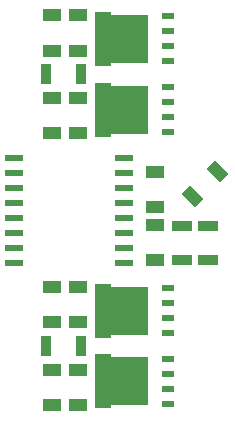
<source format=gbr>
G04 #@! TF.FileFunction,Paste,Bot*
%FSLAX46Y46*%
G04 Gerber Fmt 4.6, Leading zero omitted, Abs format (unit mm)*
G04 Created by KiCad (PCBNEW 4.0.7) date 04/23/18 08:39:13*
%MOMM*%
%LPD*%
G01*
G04 APERTURE LIST*
%ADD10C,0.100000*%
%ADD11R,1.600000X1.000000*%
%ADD12R,0.500000X0.800000*%
%ADD13R,0.800000X0.500000*%
%ADD14R,1.050000X0.600000*%
%ADD15R,1.450000X4.600000*%
%ADD16R,3.200000X4.100000*%
%ADD17R,0.900000X1.700000*%
%ADD18R,1.700000X0.900000*%
%ADD19R,1.500000X0.600000*%
G04 APERTURE END LIST*
D10*
D11*
X23250000Y-25750000D03*
X23250000Y-28750000D03*
X14500000Y-22500000D03*
X14500000Y-19500000D03*
X16750000Y-22500000D03*
X16750000Y-19500000D03*
D10*
G36*
X28348528Y-24770101D02*
X29479899Y-25901472D01*
X28772792Y-26608579D01*
X27641421Y-25477208D01*
X28348528Y-24770101D01*
X28348528Y-24770101D01*
G37*
G36*
X26227208Y-26891421D02*
X27358579Y-28022792D01*
X26651472Y-28729899D01*
X25520101Y-27598528D01*
X26227208Y-26891421D01*
X26227208Y-26891421D01*
G37*
D11*
X14500000Y-15500000D03*
X14500000Y-12500000D03*
X16750000Y-15500000D03*
X16750000Y-12500000D03*
X23250000Y-33250000D03*
X23250000Y-30250000D03*
X14500000Y-45500000D03*
X14500000Y-42500000D03*
X16750000Y-45500000D03*
X16750000Y-42500000D03*
X14500000Y-38500000D03*
X14500000Y-35500000D03*
X16750000Y-38500000D03*
X16750000Y-35500000D03*
D12*
X21315000Y-19350000D03*
X22165000Y-19350000D03*
X20465000Y-19350000D03*
X21315000Y-21650000D03*
X22165000Y-21650000D03*
X20465000Y-21650000D03*
X20465000Y-20500000D03*
X22165000Y-20500000D03*
D13*
X18615000Y-18620000D03*
X18615000Y-22380000D03*
X18615000Y-19900000D03*
D14*
X24335000Y-19860000D03*
X24335000Y-18590000D03*
X24335000Y-21140000D03*
D15*
X18865000Y-20500000D03*
D16*
X21065000Y-20500000D03*
D14*
X24335000Y-22410000D03*
D13*
X18615000Y-21100000D03*
D12*
X21315000Y-20500000D03*
X21315000Y-13350000D03*
X22165000Y-13350000D03*
X20465000Y-13350000D03*
X21315000Y-15650000D03*
X22165000Y-15650000D03*
X20465000Y-15650000D03*
X20465000Y-14500000D03*
X22165000Y-14500000D03*
D13*
X18615000Y-12620000D03*
X18615000Y-16380000D03*
X18615000Y-13900000D03*
D14*
X24335000Y-13860000D03*
X24335000Y-12590000D03*
X24335000Y-15140000D03*
D15*
X18865000Y-14500000D03*
D16*
X21065000Y-14500000D03*
D14*
X24335000Y-16410000D03*
D13*
X18615000Y-15100000D03*
D12*
X21315000Y-14500000D03*
X21315000Y-42350000D03*
X22165000Y-42350000D03*
X20465000Y-42350000D03*
X21315000Y-44650000D03*
X22165000Y-44650000D03*
X20465000Y-44650000D03*
X20465000Y-43500000D03*
X22165000Y-43500000D03*
D13*
X18615000Y-41620000D03*
X18615000Y-45380000D03*
X18615000Y-42900000D03*
D14*
X24335000Y-42860000D03*
X24335000Y-41590000D03*
X24335000Y-44140000D03*
D15*
X18865000Y-43500000D03*
D16*
X21065000Y-43500000D03*
D14*
X24335000Y-45410000D03*
D13*
X18615000Y-44100000D03*
D12*
X21315000Y-43500000D03*
X21315000Y-36350000D03*
X22165000Y-36350000D03*
X20465000Y-36350000D03*
X21315000Y-38650000D03*
X22165000Y-38650000D03*
X20465000Y-38650000D03*
X20465000Y-37500000D03*
X22165000Y-37500000D03*
D13*
X18615000Y-35620000D03*
X18615000Y-39380000D03*
X18615000Y-36900000D03*
D14*
X24335000Y-36860000D03*
X24335000Y-35590000D03*
X24335000Y-38140000D03*
D15*
X18865000Y-37500000D03*
D16*
X21065000Y-37500000D03*
D14*
X24335000Y-39410000D03*
D13*
X18615000Y-38100000D03*
D12*
X21315000Y-37500000D03*
D17*
X16950000Y-17500000D03*
X14050000Y-17500000D03*
D18*
X27750000Y-33200000D03*
X27750000Y-30300000D03*
X25500000Y-33200000D03*
X25500000Y-30300000D03*
D17*
X16950000Y-40500000D03*
X14050000Y-40500000D03*
D19*
X20650000Y-24555000D03*
X20650000Y-25825000D03*
X20650000Y-27095000D03*
X20650000Y-28365000D03*
X20650000Y-29635000D03*
X20650000Y-30905000D03*
X20650000Y-32175000D03*
X20650000Y-33445000D03*
X11350000Y-33445000D03*
X11350000Y-32175000D03*
X11350000Y-30905000D03*
X11350000Y-29635000D03*
X11350000Y-28365000D03*
X11350000Y-27095000D03*
X11350000Y-25825000D03*
X11350000Y-24555000D03*
M02*

</source>
